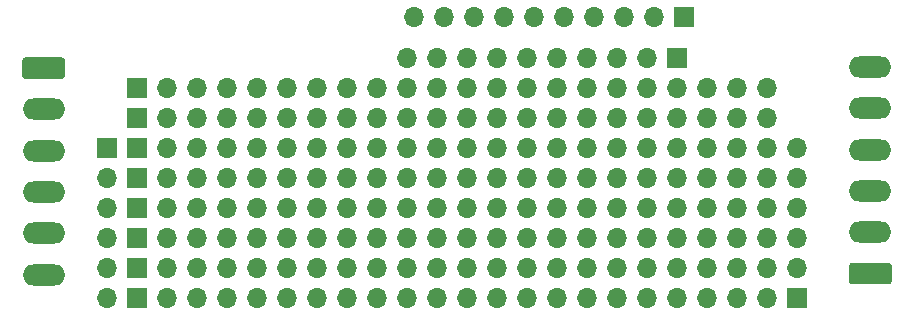
<source format=gbr>
G04 #@! TF.GenerationSoftware,KiCad,Pcbnew,(5.1.4)-1*
G04 #@! TF.CreationDate,2022-10-21T15:02:13+02:00*
G04 #@! TF.ProjectId,REG1-App-Universal,52454731-2d41-4707-902d-556e69766572,V00.01*
G04 #@! TF.SameCoordinates,Original*
G04 #@! TF.FileFunction,Copper,L1,Top*
G04 #@! TF.FilePolarity,Positive*
%FSLAX46Y46*%
G04 Gerber Fmt 4.6, Leading zero omitted, Abs format (unit mm)*
G04 Created by KiCad (PCBNEW (5.1.4)-1) date 2022-10-21 15:02:13*
%MOMM*%
%LPD*%
G04 APERTURE LIST*
%ADD10O,1.700000X1.700000*%
%ADD11R,1.700000X1.700000*%
%ADD12O,3.600000X1.800000*%
%ADD13C,0.100000*%
%ADD14C,1.800000*%
G04 APERTURE END LIST*
D10*
X137780000Y-115560000D03*
X135240000Y-115560000D03*
X132700000Y-115560000D03*
X130160000Y-115560000D03*
X127620000Y-115560000D03*
X125080000Y-115560000D03*
X122540000Y-115560000D03*
X120000000Y-115560000D03*
X117460000Y-115560000D03*
X114920000Y-115560000D03*
X112380000Y-115560000D03*
X109840000Y-115560000D03*
X107300000Y-115560000D03*
X104760000Y-115560000D03*
X102220000Y-115560000D03*
X99680000Y-115560000D03*
X97140000Y-115560000D03*
X94600000Y-115560000D03*
X92060000Y-115560000D03*
X89520000Y-115560000D03*
X86980000Y-115560000D03*
D11*
X84440000Y-115560000D03*
D10*
X137780000Y-118100000D03*
X135240000Y-118100000D03*
X132700000Y-118100000D03*
X130160000Y-118100000D03*
X127620000Y-118100000D03*
X125080000Y-118100000D03*
X122540000Y-118100000D03*
X120000000Y-118100000D03*
X117460000Y-118100000D03*
X114920000Y-118100000D03*
X112380000Y-118100000D03*
X109840000Y-118100000D03*
X107300000Y-118100000D03*
X104760000Y-118100000D03*
X102220000Y-118100000D03*
X99680000Y-118100000D03*
X97140000Y-118100000D03*
X94600000Y-118100000D03*
X92060000Y-118100000D03*
X89520000Y-118100000D03*
X86980000Y-118100000D03*
D11*
X84440000Y-118100000D03*
D10*
X137780000Y-100320000D03*
X135240000Y-100320000D03*
X132700000Y-100320000D03*
X130160000Y-100320000D03*
X127620000Y-100320000D03*
X125080000Y-100320000D03*
X122540000Y-100320000D03*
X120000000Y-100320000D03*
X117460000Y-100320000D03*
X114920000Y-100320000D03*
X112380000Y-100320000D03*
X109840000Y-100320000D03*
X107300000Y-100320000D03*
X104760000Y-100320000D03*
X102220000Y-100320000D03*
X99680000Y-100320000D03*
X97140000Y-100320000D03*
X94600000Y-100320000D03*
X92060000Y-100320000D03*
X89520000Y-100320000D03*
X86980000Y-100320000D03*
D11*
X84440000Y-100320000D03*
D10*
X137780000Y-102860000D03*
X135240000Y-102860000D03*
X132700000Y-102860000D03*
X130160000Y-102860000D03*
X127620000Y-102860000D03*
X125080000Y-102860000D03*
X122540000Y-102860000D03*
X120000000Y-102860000D03*
X117460000Y-102860000D03*
X114920000Y-102860000D03*
X112380000Y-102860000D03*
X109840000Y-102860000D03*
X107300000Y-102860000D03*
X104760000Y-102860000D03*
X102220000Y-102860000D03*
X99680000Y-102860000D03*
X97140000Y-102860000D03*
X94600000Y-102860000D03*
X92060000Y-102860000D03*
X89520000Y-102860000D03*
X86980000Y-102860000D03*
D11*
X84440000Y-102860000D03*
D10*
X137780000Y-105400000D03*
X135240000Y-105400000D03*
X132700000Y-105400000D03*
X130160000Y-105400000D03*
X127620000Y-105400000D03*
X125080000Y-105400000D03*
X122540000Y-105400000D03*
X120000000Y-105400000D03*
X117460000Y-105400000D03*
X114920000Y-105400000D03*
X112380000Y-105400000D03*
X109840000Y-105400000D03*
X107300000Y-105400000D03*
X104760000Y-105400000D03*
X102220000Y-105400000D03*
X99680000Y-105400000D03*
X97140000Y-105400000D03*
X94600000Y-105400000D03*
X92060000Y-105400000D03*
X89520000Y-105400000D03*
X86980000Y-105400000D03*
D11*
X84440000Y-105400000D03*
D10*
X137780000Y-107940000D03*
X135240000Y-107940000D03*
X132700000Y-107940000D03*
X130160000Y-107940000D03*
X127620000Y-107940000D03*
X125080000Y-107940000D03*
X122540000Y-107940000D03*
X120000000Y-107940000D03*
X117460000Y-107940000D03*
X114920000Y-107940000D03*
X112380000Y-107940000D03*
X109840000Y-107940000D03*
X107300000Y-107940000D03*
X104760000Y-107940000D03*
X102220000Y-107940000D03*
X99680000Y-107940000D03*
X97140000Y-107940000D03*
X94600000Y-107940000D03*
X92060000Y-107940000D03*
X89520000Y-107940000D03*
X86980000Y-107940000D03*
D11*
X84440000Y-107940000D03*
D10*
X137780000Y-110480000D03*
X135240000Y-110480000D03*
X132700000Y-110480000D03*
X130160000Y-110480000D03*
X127620000Y-110480000D03*
X125080000Y-110480000D03*
X122540000Y-110480000D03*
X120000000Y-110480000D03*
X117460000Y-110480000D03*
X114920000Y-110480000D03*
X112380000Y-110480000D03*
X109840000Y-110480000D03*
X107300000Y-110480000D03*
X104760000Y-110480000D03*
X102220000Y-110480000D03*
X99680000Y-110480000D03*
X97140000Y-110480000D03*
X94600000Y-110480000D03*
X92060000Y-110480000D03*
X89520000Y-110480000D03*
X86980000Y-110480000D03*
D11*
X84440000Y-110480000D03*
D10*
X137780000Y-113020000D03*
X135240000Y-113020000D03*
X132700000Y-113020000D03*
X130160000Y-113020000D03*
X127620000Y-113020000D03*
X125080000Y-113020000D03*
X122540000Y-113020000D03*
X120000000Y-113020000D03*
X117460000Y-113020000D03*
X114920000Y-113020000D03*
X112380000Y-113020000D03*
X109840000Y-113020000D03*
X107300000Y-113020000D03*
X104760000Y-113020000D03*
X102220000Y-113020000D03*
X99680000Y-113020000D03*
X97140000Y-113020000D03*
X94600000Y-113020000D03*
X92060000Y-113020000D03*
X89520000Y-113020000D03*
X86980000Y-113020000D03*
D11*
X84440000Y-113020000D03*
D10*
X140320000Y-105400000D03*
X140320000Y-107940000D03*
X140320000Y-110480000D03*
X140320000Y-113020000D03*
X140320000Y-115560000D03*
D11*
X140320000Y-118100000D03*
D10*
X107300000Y-97780000D03*
X109840000Y-97780000D03*
X112380000Y-97780000D03*
X114920000Y-97780000D03*
X117460000Y-97780000D03*
X120000000Y-97780000D03*
X122540000Y-97780000D03*
X125080000Y-97780000D03*
X127620000Y-97780000D03*
D11*
X130160000Y-97780000D03*
D10*
X81900000Y-118100000D03*
X81900000Y-115560000D03*
X81900000Y-113020000D03*
X81900000Y-110480000D03*
X81900000Y-107940000D03*
D11*
X81900000Y-105400000D03*
D10*
X107900000Y-94300000D03*
X110440000Y-94300000D03*
X112980000Y-94300000D03*
X115520000Y-94300000D03*
X118060000Y-94300000D03*
X120600000Y-94300000D03*
X123140000Y-94300000D03*
X125680000Y-94300000D03*
X128220000Y-94300000D03*
D11*
X130760000Y-94300000D03*
D12*
X146500000Y-98500000D03*
X146500000Y-102000000D03*
X146500000Y-105500000D03*
X146500000Y-109000000D03*
X146500000Y-112500000D03*
D13*
G36*
X148074504Y-115101204D02*
G01*
X148098773Y-115104804D01*
X148122571Y-115110765D01*
X148145671Y-115119030D01*
X148167849Y-115129520D01*
X148188893Y-115142133D01*
X148208598Y-115156747D01*
X148226777Y-115173223D01*
X148243253Y-115191402D01*
X148257867Y-115211107D01*
X148270480Y-115232151D01*
X148280970Y-115254329D01*
X148289235Y-115277429D01*
X148295196Y-115301227D01*
X148298796Y-115325496D01*
X148300000Y-115350000D01*
X148300000Y-116650000D01*
X148298796Y-116674504D01*
X148295196Y-116698773D01*
X148289235Y-116722571D01*
X148280970Y-116745671D01*
X148270480Y-116767849D01*
X148257867Y-116788893D01*
X148243253Y-116808598D01*
X148226777Y-116826777D01*
X148208598Y-116843253D01*
X148188893Y-116857867D01*
X148167849Y-116870480D01*
X148145671Y-116880970D01*
X148122571Y-116889235D01*
X148098773Y-116895196D01*
X148074504Y-116898796D01*
X148050000Y-116900000D01*
X144950000Y-116900000D01*
X144925496Y-116898796D01*
X144901227Y-116895196D01*
X144877429Y-116889235D01*
X144854329Y-116880970D01*
X144832151Y-116870480D01*
X144811107Y-116857867D01*
X144791402Y-116843253D01*
X144773223Y-116826777D01*
X144756747Y-116808598D01*
X144742133Y-116788893D01*
X144729520Y-116767849D01*
X144719030Y-116745671D01*
X144710765Y-116722571D01*
X144704804Y-116698773D01*
X144701204Y-116674504D01*
X144700000Y-116650000D01*
X144700000Y-115350000D01*
X144701204Y-115325496D01*
X144704804Y-115301227D01*
X144710765Y-115277429D01*
X144719030Y-115254329D01*
X144729520Y-115232151D01*
X144742133Y-115211107D01*
X144756747Y-115191402D01*
X144773223Y-115173223D01*
X144791402Y-115156747D01*
X144811107Y-115142133D01*
X144832151Y-115129520D01*
X144854329Y-115119030D01*
X144877429Y-115110765D01*
X144901227Y-115104804D01*
X144925496Y-115101204D01*
X144950000Y-115100000D01*
X148050000Y-115100000D01*
X148074504Y-115101204D01*
X148074504Y-115101204D01*
G37*
D14*
X146500000Y-116000000D03*
D12*
X76500000Y-116100000D03*
X76500000Y-112600000D03*
X76500000Y-109100000D03*
X76500000Y-105600000D03*
X76500000Y-102100000D03*
D13*
G36*
X78074504Y-97701204D02*
G01*
X78098773Y-97704804D01*
X78122571Y-97710765D01*
X78145671Y-97719030D01*
X78167849Y-97729520D01*
X78188893Y-97742133D01*
X78208598Y-97756747D01*
X78226777Y-97773223D01*
X78243253Y-97791402D01*
X78257867Y-97811107D01*
X78270480Y-97832151D01*
X78280970Y-97854329D01*
X78289235Y-97877429D01*
X78295196Y-97901227D01*
X78298796Y-97925496D01*
X78300000Y-97950000D01*
X78300000Y-99250000D01*
X78298796Y-99274504D01*
X78295196Y-99298773D01*
X78289235Y-99322571D01*
X78280970Y-99345671D01*
X78270480Y-99367849D01*
X78257867Y-99388893D01*
X78243253Y-99408598D01*
X78226777Y-99426777D01*
X78208598Y-99443253D01*
X78188893Y-99457867D01*
X78167849Y-99470480D01*
X78145671Y-99480970D01*
X78122571Y-99489235D01*
X78098773Y-99495196D01*
X78074504Y-99498796D01*
X78050000Y-99500000D01*
X74950000Y-99500000D01*
X74925496Y-99498796D01*
X74901227Y-99495196D01*
X74877429Y-99489235D01*
X74854329Y-99480970D01*
X74832151Y-99470480D01*
X74811107Y-99457867D01*
X74791402Y-99443253D01*
X74773223Y-99426777D01*
X74756747Y-99408598D01*
X74742133Y-99388893D01*
X74729520Y-99367849D01*
X74719030Y-99345671D01*
X74710765Y-99322571D01*
X74704804Y-99298773D01*
X74701204Y-99274504D01*
X74700000Y-99250000D01*
X74700000Y-97950000D01*
X74701204Y-97925496D01*
X74704804Y-97901227D01*
X74710765Y-97877429D01*
X74719030Y-97854329D01*
X74729520Y-97832151D01*
X74742133Y-97811107D01*
X74756747Y-97791402D01*
X74773223Y-97773223D01*
X74791402Y-97756747D01*
X74811107Y-97742133D01*
X74832151Y-97729520D01*
X74854329Y-97719030D01*
X74877429Y-97710765D01*
X74901227Y-97704804D01*
X74925496Y-97701204D01*
X74950000Y-97700000D01*
X78050000Y-97700000D01*
X78074504Y-97701204D01*
X78074504Y-97701204D01*
G37*
D14*
X76500000Y-98600000D03*
M02*

</source>
